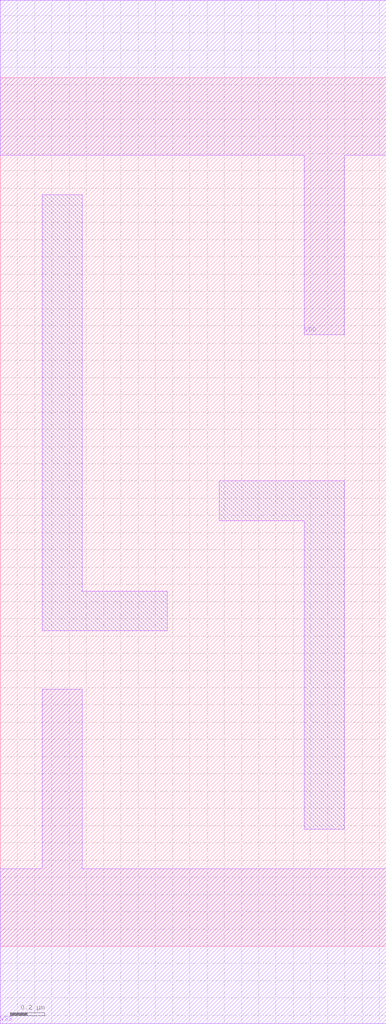
<source format=lef>
# Copyright 2022 GlobalFoundries PDK Authors
#
# Licensed under the Apache License, Version 2.0 (the "License");
# you may not use this file except in compliance with the License.
# You may obtain a copy of the License at
#
#      http://www.apache.org/licenses/LICENSE-2.0
#
# Unless required by applicable law or agreed to in writing, software
# distributed under the License is distributed on an "AS IS" BASIS,
# WITHOUT WARRANTIES OR CONDITIONS OF ANY KIND, either express or implied.
# See the License for the specific language governing permissions and
# limitations under the License.

MACRO gf180mcu_fd_sc_mcu9t5v0__fillcap_4
  CLASS core SPACER ;
  FOREIGN gf180mcu_fd_sc_mcu9t5v0__fillcap_4 0.0 0.0 ;
  ORIGIN 0 0 ;
  SYMMETRY X Y ;
  SITE GF018hv5v_green_sc9 ;
  SIZE 2.24 BY 5.04 ;
  PIN VDD
    DIRECTION INOUT ;
    USE power ;
    SHAPE ABUTMENT ;
    PORT
      LAYER METAL1 ;
        POLYGON 0 4.59 0.97 4.59 1.765 4.59 1.765 3.55 1.995 3.55 1.995 4.59 2.24 4.59 2.24 5.49 1.995 5.49 0.97 5.49 0 5.49  ;
    END
  END VDD
  PIN VSS
    DIRECTION INOUT ;
    USE ground ;
    SHAPE ABUTMENT ;
    PORT
      LAYER METAL1 ;
        POLYGON 0 -0.45 2.24 -0.45 2.24 0.45 0.475 0.45 0.475 1.49 0.245 1.49 0.245 0.45 0 0.45  ;
    END
  END VSS
  OBS
      LAYER METAL1 ;
        POLYGON 0.245 1.83 0.97 1.83 0.97 2.06 0.475 2.06 0.475 4.36 0.245 4.36  ;
        POLYGON 1.27 2.47 1.765 2.47 1.765 0.68 1.995 0.68 1.995 2.7 1.27 2.7  ;
  END
END gf180mcu_fd_sc_mcu9t5v0__fillcap_4

</source>
